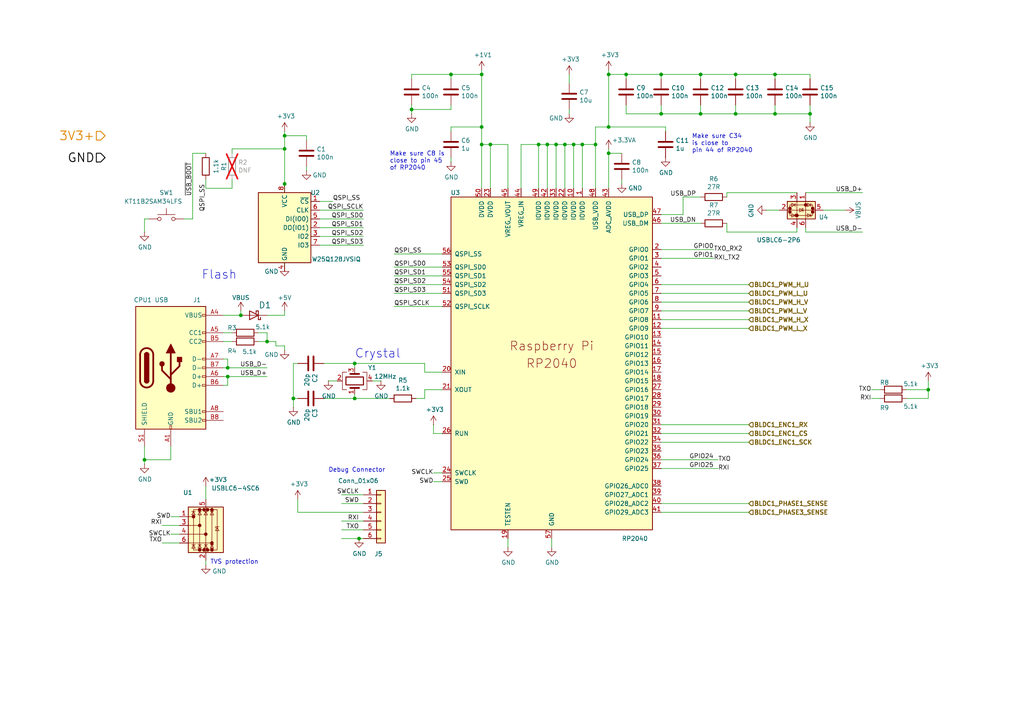
<source format=kicad_sch>
(kicad_sch (version 20231120) (generator "eeschema") (generator_version "8.0")
  (paper "A4")
  (lib_symbols
    (symbol "Connector:USB_C_Receptacle_USB2.0" (pin_names (offset 1.016))
      (property "Reference" "J" (at -10.16 19.05 0))
      (property "Value" "USB_C_Receptacle_USB2.0" (at 19.05 19.05 0))
      (symbol "USB_C_Receptacle_USB2.0_1_1"
        (pin passive line (at 0 -22.86 90) (length 5.08) (name "GND") (number "A1"))
        (pin passive line (at 0 -22.86 90) (length 5.08) hide (name "GND") (number "A12"))
        (pin passive line (at 15.24 15.24 180) (length 5.08) (name "VBUS") (number "A4"))
        (pin bidirectional line (at 15.24 10.16 180) (length 5.08) (name "CC1") (number "A5"))
        (pin bidirectional line (at 15.24 -2.54 180) (length 5.08) (name "D+") (number "A6"))
        (pin bidirectional line (at 15.24 2.54 180) (length 5.08) (name "D-") (number "A7"))
        (pin bidirectional line (at 15.24 -12.7 180) (length 5.08) (name "SBU1") (number "A8"))
        (pin passive line (at 15.24 15.24 180) (length 5.08) hide (name "VBUS") (number "A9"))
        (pin passive line (at 0 -22.86 90) (length 5.08) hide (name "GND") (number "B1"))
        (pin passive line (at 0 -22.86 90) (length 5.08) hide (name "GND") (number "B12"))
        (pin passive line (at 15.24 15.24 180) (length 5.08) hide (name "VBUS") (number "B4"))
        (pin bidirectional line (at 15.24 7.62 180) (length 5.08) (name "CC2") (number "B5"))
        (pin bidirectional line (at 15.24 -5.08 180) (length 5.08) (name "D+") (number "B6"))
        (pin bidirectional line (at 15.24 0 180) (length 5.08) (name "D-") (number "B7"))
        (pin bidirectional line (at 15.24 -15.24 180) (length 5.08) (name "SBU2") (number "B8"))
        (pin passive line (at 15.24 15.24 180) (length 5.08) hide (name "VBUS") (number "B9"))
        (pin passive line (at -7.62 -22.86 90) (length 5.08) (name "SHIELD") (number "S1"))
      )
    )
    (symbol "Connector_Generic:Conn_01x06" (pin_names (offset 1.016) hide)
      (property "Reference" "J" (at 0 7.62 0))
      (property "Value" "Conn_01x06" (at 0 -10.16 0))
      (symbol "Conn_01x06_1_1"
        (pin passive line (at -5.08 5.08 0) (length 3.81) (name "Pin_1") (number "1"))
        (pin passive line (at -5.08 2.54 0) (length 3.81) (name "Pin_2") (number "2"))
        (pin passive line (at -5.08 0 0) (length 3.81) (name "Pin_3") (number "3"))
        (pin passive line (at -5.08 -2.54 0) (length 3.81) (name "Pin_4") (number "4"))
        (pin passive line (at -5.08 -5.08 0) (length 3.81) (name "Pin_5") (number "5"))
        (pin passive line (at -5.08 -7.62 0) (length 3.81) (name "Pin_6") (number "6"))
      )
    )
    (symbol "Device:C" (pin_numbers hide) (pin_names (offset 0.254))
      (property "Reference" "C" (at 0.635 2.54 0))
      (property "Value" "C" (at 0.635 -2.54 0))
      (symbol "C_1_1"
        (pin passive line (at 0 3.81 270) (length 2.794) (name "~") (number "1"))
        (pin passive line (at 0 -3.81 90) (length 2.794) (name "~") (number "2"))
      )
    )
    (symbol "Device:Crystal_GND24" (pin_names (offset 1.016) hide)
      (property "Reference" "Y" (at 3.175 5.08 0))
      (property "Value" "Crystal_GND24" (at 3.175 3.175 0))
      (symbol "Crystal_GND24_1_1"
        (pin passive line (at -3.81 0 0) (length 1.27) (name "1") (number "1"))
        (pin passive line (at 0 5.08 270) (length 1.27) (name "2") (number "2"))
        (pin passive line (at 3.81 0 180) (length 1.27) (name "3") (number "3"))
        (pin passive line (at 0 -5.08 90) (length 1.27) (name "4") (number "4"))
      )
    )
    (symbol "Device:R" (pin_numbers hide) (pin_names (offset 0))
      (property "Reference" "R" (at 2.032 0 90))
      (property "Value" "R" (at 0 0 90))
      (symbol "R_1_1"
        (pin passive line (at 0 3.81 270) (length 1.27) (name "~") (number "1"))
        (pin passive line (at 0 -3.81 90) (length 1.27) (name "~") (number "2"))
      )
    )
    (symbol "Diode:MBR340" (pin_numbers hide) (pin_names (offset 1.016) hide)
      (property "Reference" "D" (at 0 2.54 0))
      (property "Value" "MBR340" (at 0 -2.54 0))
      (symbol "MBR340_1_1"
        (pin passive line (at -3.81 0 0) (length 2.54) (name "K") (number "1"))
        (pin passive line (at 3.81 0 180) (length 2.54) (name "A") (number "2"))
      )
    )
    (symbol "MCU_RaspberryPi_RP2040:RP2040" (pin_names (offset 1.016))
      (property "Reference" "U" (at -29.21 49.53 0))
      (property "Value" "RP2040" (at 24.13 -49.53 0))
      (symbol "RP2040_0_0"
        (text "Raspberry Pi" (at 0 5.08 0) (effects (font (size 2.54 2.54))))
        (text "RP2040" (at 0 0 0) (effects (font (size 2.54 2.54))))
      )
      (symbol "RP2040_1_1"
        (pin power_in line (at 8.89 50.8 270) (length 2.54) (name "IOVDD") (number "1"))
        (pin power_in line (at 6.35 50.8 270) (length 2.54) (name "IOVDD") (number "10"))
        (pin bidirectional line (at 31.75 12.7 180) (length 2.54) (name "GPIO8") (number "11"))
        (pin bidirectional line (at 31.75 10.16 180) (length 2.54) (name "GPIO9") (number "12"))
        (pin bidirectional line (at 31.75 7.62 180) (length 2.54) (name "GPIO10") (number "13"))
        (pin bidirectional line (at 31.75 5.08 180) (length 2.54) (name "GPIO11") (number "14"))
        (pin bidirectional line (at 31.75 2.54 180) (length 2.54) (name "GPIO12") (number "15"))
        (pin bidirectional line (at 31.75 0 180) (length 2.54) (name "GPIO13") (number "16"))
        (pin bidirectional line (at 31.75 -2.54 180) (length 2.54) (name "GPIO14") (number "17"))
        (pin bidirectional line (at 31.75 -5.08 180) (length 2.54) (name "GPIO15") (number "18"))
        (pin passive line (at -12.7 -50.8 90) (length 2.54) (name "TESTEN") (number "19"))
        (pin bidirectional line (at 31.75 33.02 180) (length 2.54) (name "GPIO0") (number "2"))
        (pin input line (at -31.75 -2.54 0) (length 2.54) (name "XIN") (number "20"))
        (pin passive line (at -31.75 -7.62 0) (length 2.54) (name "XOUT") (number "21"))
        (pin power_in line (at 3.81 50.8 270) (length 2.54) (name "IOVDD") (number "22"))
        (pin power_in line (at -17.78 50.8 270) (length 2.54) (name "DVDD") (number "23"))
        (pin output line (at -31.75 -31.75 0) (length 2.54) (name "SWCLK") (number "24"))
        (pin bidirectional line (at -31.75 -34.29 0) (length 2.54) (name "SWD") (number "25"))
        (pin input line (at -31.75 -20.32 0) (length 2.54) (name "RUN") (number "26"))
        (pin bidirectional line (at 31.75 -7.62 180) (length 2.54) (name "GPIO16") (number "27"))
        (pin bidirectional line (at 31.75 -10.16 180) (length 2.54) (name "GPIO17") (number "28"))
        (pin bidirectional line (at 31.75 -12.7 180) (length 2.54) (name "GPIO18") (number "29"))
        (pin bidirectional line (at 31.75 30.48 180) (length 2.54) (name "GPIO1") (number "3"))
        (pin bidirectional line (at 31.75 -15.24 180) (length 2.54) (name "GPIO19") (number "30"))
        (pin bidirectional line (at 31.75 -17.78 180) (length 2.54) (name "GPIO20") (number "31"))
        (pin bidirectional line (at 31.75 -20.32 180) (length 2.54) (name "GPIO21") (number "32"))
        (pin power_in line (at 1.27 50.8 270) (length 2.54) (name "IOVDD") (number "33"))
        (pin bidirectional line (at 31.75 -22.86 180) (length 2.54) (name "GPIO22") (number "34"))
        (pin bidirectional line (at 31.75 -25.4 180) (length 2.54) (name "GPIO23") (number "35"))
        (pin bidirectional line (at 31.75 -27.94 180) (length 2.54) (name "GPIO24") (number "36"))
        (pin bidirectional line (at 31.75 -30.48 180) (length 2.54) (name "GPIO25") (number "37"))
        (pin bidirectional line (at 31.75 -35.56 180) (length 2.54) (name "GPIO26_ADC0") (number "38"))
        (pin bidirectional line (at 31.75 -38.1 180) (length 2.54) (name "GPIO27_ADC1") (number "39"))
        (pin bidirectional line (at 31.75 27.94 180) (length 2.54) (name "GPIO2") (number "4"))
        (pin bidirectional line (at 31.75 -40.64 180) (length 2.54) (name "GPIO28_ADC2") (number "40"))
        (pin bidirectional line (at 31.75 -43.18 180) (length 2.54) (name "GPIO29_ADC3") (number "41"))
        (pin power_in line (at -1.27 50.8 270) (length 2.54) (name "IOVDD") (number "42"))
        (pin power_in line (at 16.51 50.8 270) (length 2.54) (name "ADC_AVDD") (number "43"))
        (pin power_in line (at -8.89 50.8 270) (length 2.54) (name "VREG_IN") (number "44"))
        (pin power_out line (at -12.7 50.8 270) (length 2.54) (name "VREG_VOUT") (number "45"))
        (pin bidirectional line (at 31.75 40.64 180) (length 2.54) (name "USB_DM") (number "46"))
        (pin bidirectional line (at 31.75 43.18 180) (length 2.54) (name "USB_DP") (number "47"))
        (pin power_in line (at 12.7 50.8 270) (length 2.54) (name "USB_VDD") (number "48"))
        (pin power_in line (at -3.81 50.8 270) (length 2.54) (name "IOVDD") (number "49"))
        (pin bidirectional line (at 31.75 25.4 180) (length 2.54) (name "GPIO3") (number "5"))
        (pin power_in line (at -20.32 50.8 270) (length 2.54) (name "DVDD") (number "50"))
        (pin bidirectional line (at -31.75 20.32 0) (length 2.54) (name "QSPI_SD3") (number "51"))
        (pin output line (at -31.75 16.51 0) (length 2.54) (name "QSPI_SCLK") (number "52"))
        (pin bidirectional line (at -31.75 27.94 0) (length 2.54) (name "QSPI_SD0") (number "53"))
        (pin bidirectional line (at -31.75 22.86 0) (length 2.54) (name "QSPI_SD2") (number "54"))
        (pin bidirectional line (at -31.75 25.4 0) (length 2.54) (name "QSPI_SD1") (number "55"))
        (pin bidirectional line (at -31.75 31.75 0) (length 2.54) (name "QSPI_SS") (number "56"))
        (pin power_in line (at 0 -50.8 90) (length 2.54) (name "GND") (number "57"))
        (pin bidirectional line (at 31.75 22.86 180) (length 2.54) (name "GPIO4") (number "6"))
        (pin bidirectional line (at 31.75 20.32 180) (length 2.54) (name "GPIO5") (number "7"))
        (pin bidirectional line (at 31.75 17.78 180) (length 2.54) (name "GPIO6") (number "8"))
        (pin bidirectional line (at 31.75 15.24 180) (length 2.54) (name "GPIO7") (number "9"))
      )
    )
    (symbol "Memory_Flash:W25Q128JVS"
      (property "Reference" "U" (at -8.89 8.89 0))
      (property "Value" "W25Q128JVS" (at 7.62 8.89 0))
      (symbol "W25Q128JVS_1_1"
        (pin input line (at -10.16 7.62 0) (length 2.54) (name "~{CS}") (number "1"))
        (pin bidirectional line (at -10.16 0 0) (length 2.54) (name "DO(IO1)") (number "2"))
        (pin bidirectional line (at -10.16 -2.54 0) (length 2.54) (name "IO2") (number "3"))
        (pin power_in line (at 0 -12.7 90) (length 2.54) (name "GND") (number "4"))
        (pin bidirectional line (at -10.16 2.54 0) (length 2.54) (name "DI(IO0)") (number "5"))
        (pin input line (at -10.16 5.08 0) (length 2.54) (name "CLK") (number "6"))
        (pin bidirectional line (at -10.16 -5.08 0) (length 2.54) (name "IO3") (number "7"))
        (pin power_in line (at 0 12.7 270) (length 2.54) (name "VCC") (number "8"))
      )
    )
    (symbol "Power_Protection:USBLC6-2P6" (pin_names hide)
      (property "Reference" "U" (at 0.635 5.715 0))
      (property "Value" "USBLC6-2P6" (at 0.635 3.81 0))
      (symbol "USBLC6-2P6_1_1"
        (pin passive line (at -5.08 0 0) (length 2.54) (name "I/O1") (number "1"))
        (pin passive line (at 0 -7.62 90) (length 2.54) (name "GND") (number "2"))
        (pin passive line (at -5.08 -2.54 0) (length 2.54) (name "I/O2") (number "3"))
        (pin passive line (at 5.08 -2.54 180) (length 2.54) (name "I/O2") (number "4"))
        (pin passive line (at 0 5.08 270) (length 2.54) (name "VBUS") (number "5"))
        (pin passive line (at 5.08 0 180) (length 2.54) (name "I/O1") (number "6"))
      )
    )
    (symbol "Power_Protection:USBLC6-4SC6" (pin_names hide)
      (property "Reference" "U" (at 1.27 9.525 0))
      (property "Value" "USBLC6-4SC6" (at 1.27 6.985 0))
      (symbol "USBLC6-4SC6_1_1"
        (pin passive line (at -7.62 2.54 0) (length 2.54) (name "I/O1") (number "1"))
        (pin passive line (at 0 -10.16 90) (length 2.54) (name "GND") (number "2"))
        (pin passive line (at -7.62 0 0) (length 2.54) (name "I/O2") (number "3"))
        (pin passive line (at -7.62 -2.54 0) (length 2.54) (name "I/O3") (number "4"))
        (pin passive line (at 0 7.62 270) (length 2.54) (name "VBUS") (number "5"))
        (pin passive line (at -7.62 -5.08 0) (length 2.54) (name "I/O4") (number "6"))
      )
    )
    (symbol "motor_parts:SW_Push_2-4" (pin_numbers hide) (pin_names (offset 1.016) hide)
      (property "Reference" "SW" (at 1.27 2.54 0))
      (property "Value" "SW_Push_2-4" (at 0 -1.524 0))
      (symbol "SW_Push_2-4_1_1"
        (pin passive line (at -5.08 0 0) (length 2.54) (name "2") (number "2"))
        (pin passive line (at 5.08 0 180) (length 2.54) (name "4") (number "4"))
      )
    )
    (symbol "motor_parts:VBUS2" (power) (pin_names (offset 0))
      (property "Value" "VBUS2" (at 0 3.81 0))
      (symbol "VBUS2_1_1"
        (pin power_in line (at 0 0 90) (length 0) hide (name "VBUS2") (number "1"))
      )
    )
    (symbol "power:+1V1" (power) (pin_numbers hide) (pin_names (offset 0) hide)
      (property "Value" "+1V1" (at 0 3.556 0))
      (symbol "+1V1_1_1"
        (pin power_in line (at 0 0 90) (length 0) (name "~") (number "1"))
      )
    )
    (symbol "power:+3.3VA" (power) (pin_numbers hide) (pin_names (offset 0) hide)
      (property "Value" "+3.3VA" (at 0 3.556 0))
      (symbol "+3.3VA_1_1"
        (pin power_in line (at 0 0 90) (length 0) (name "~") (number "1"))
      )
    )
    (symbol "power:+3V3" (power) (pin_numbers hide) (pin_names (offset 0) hide)
      (property "Value" "+3V3" (at 0 3.556 0))
      (symbol "+3V3_1_1"
        (pin power_in line (at 0 0 90) (length 0) (name "~") (number "1"))
      )
    )
    (symbol "power:+5V" (power) (pin_numbers hide) (pin_names (offset 0) hide)
      (property "Value" "+5V" (at 0 3.556 0))
      (symbol "+5V_1_1"
        (pin power_in line (at 0 0 90) (length 0) (name "~") (number "1"))
      )
    )
    (symbol "power:GND" (power) (pin_numbers hide) (pin_names (offset 0) hide)
      (property "Value" "GND" (at 0 -3.81 0))
      (symbol "GND_1_1"
        (pin power_in line (at 0 0 270) (length 0) (name "~") (number "1"))
      )
    )
  )
  (junction (at 224.79 21.59))
  (junction (at 102.87 105.41))
  (junction (at 203.2 21.59))
  (junction (at 172.72 41.91))
  (junction (at 85.09 115.57))
  (junction (at 163.83 41.91))
  (junction (at 102.87 115.57))
  (junction (at 139.7 36.83))
  (junction (at 82.55 39.37))
  (junction (at 82.55 43.18))
  (junction (at 213.36 33.02))
  (junction (at 181.61 21.59))
  (junction (at 269.24 113.03))
  (junction (at 69.85 91.44))
  (junction (at 104.14 156.21))
  (junction (at 158.75 41.91))
  (junction (at 41.91 133.35))
  (junction (at 139.7 21.59))
  (junction (at 176.53 36.83))
  (junction (at 168.91 41.91))
  (junction (at 130.81 21.59))
  (junction (at 213.36 21.59))
  (junction (at 66.04 109.22))
  (junction (at 203.2 33.02))
  (junction (at 191.77 21.59))
  (junction (at 77.47 99.06))
  (junction (at 82.55 53.34))
  (junction (at 156.21 41.91))
  (junction (at 176.53 44.45))
  (junction (at 139.7 41.91))
  (junction (at 166.37 41.91))
  (junction (at 191.77 33.02))
  (junction (at 161.29 41.91))
  (junction (at 224.79 33.02))
  (junction (at 142.24 41.91))
  (junction (at 234.95 33.02))
  (junction (at 176.53 21.59))
  (junction (at 66.04 106.68))
  (junction (at 119.38 31.75))
  (wire (pts (xy 176.53 44.45) (xy 176.53 54.61)))
  (wire (pts (xy 262.89 113.03) (xy 269.24 113.03)))
  (wire (pts (xy 203.2 21.59) (xy 213.36 21.59)))
  (wire (pts (xy 125.73 123.19) (xy 125.73 125.73)))
  (wire (pts (xy 191.77 133.35) (xy 208.28 133.35)))
  (wire (pts (xy 85.09 105.41) (xy 85.09 115.57)))
  (wire (pts (xy 123.19 113.03) (xy 123.19 115.57)))
  (wire (pts (xy 217.17 123.19) (xy 191.77 123.19)))
  (wire (pts (xy 217.17 82.55) (xy 191.77 82.55)))
  (wire (pts (xy 163.83 54.61) (xy 163.83 41.91)))
  (wire (pts (xy 231.14 66.04) (xy 231.14 67.31)))
  (wire (pts (xy 191.77 33.02) (xy 203.2 33.02)))
  (wire (pts (xy 191.77 135.89) (xy 208.28 135.89)))
  (wire (pts (xy 82.55 90.17) (xy 82.55 91.44)))
  (wire (pts (xy 181.61 22.86) (xy 181.61 21.59)))
  (wire (pts (xy 74.93 99.06) (xy 77.47 99.06)))
  (wire (pts (xy 119.38 31.75) (xy 119.38 33.02)))
  (wire (pts (xy 234.95 22.86) (xy 234.95 21.59)))
  (wire (pts (xy 210.82 67.31) (xy 231.14 67.31)))
  (wire (pts (xy 123.19 107.95) (xy 123.19 105.41)))
  (wire (pts (xy 41.91 133.35) (xy 49.53 133.35)))
  (wire (pts (xy 64.77 104.14) (xy 66.04 104.14)))
  (wire (pts (xy 233.68 67.31) (xy 250.19 67.31)))
  (wire (pts (xy 161.29 54.61) (xy 161.29 41.91)))
  (wire (pts (xy 66.04 109.22) (xy 77.47 109.22)))
  (wire (pts (xy 102.87 106.68) (xy 102.87 105.41)))
  (wire (pts (xy 69.85 90.17) (xy 69.85 91.44)))
  (wire (pts (xy 224.79 21.59) (xy 234.95 21.59)))
  (wire (pts (xy 59.69 44.45) (xy 55.88 44.45)))
  (wire (pts (xy 217.17 90.17) (xy 191.77 90.17)))
  (wire (pts (xy 172.72 54.61) (xy 172.72 41.91)))
  (wire (pts (xy 151.13 54.61) (xy 151.13 41.91)))
  (wire (pts (xy 160.02 156.21) (xy 160.02 158.75)))
  (wire (pts (xy 119.38 30.48) (xy 119.38 31.75)))
  (wire (pts (xy 217.17 148.59) (xy 191.77 148.59)))
  (wire (pts (xy 191.77 72.39) (xy 207.01 72.39)))
  (wire (pts (xy 82.55 39.37) (xy 82.55 43.18)))
  (wire (pts (xy 80.01 100.33) (xy 82.55 100.33)))
  (wire (pts (xy 233.68 55.88) (xy 250.19 55.88)))
  (wire (pts (xy 191.77 21.59) (xy 203.2 21.59)))
  (wire (pts (xy 151.13 41.91) (xy 156.21 41.91)))
  (wire (pts (xy 53.34 63.5) (xy 55.88 63.5)))
  (wire (pts (xy 74.93 96.52) (xy 77.47 96.52)))
  (wire (pts (xy 217.17 92.71) (xy 191.77 92.71)))
  (wire (pts (xy 102.87 114.3) (xy 102.87 115.57)))
  (wire (pts (xy 176.53 20.32) (xy 176.53 21.59)))
  (wire (pts (xy 203.2 30.48) (xy 203.2 33.02)))
  (wire (pts (xy 165.1 21.59) (xy 165.1 24.13)))
  (wire (pts (xy 224.79 33.02) (xy 234.95 33.02)))
  (wire (pts (xy 172.72 36.83) (xy 172.72 41.91)))
  (wire (pts (xy 80.01 99.06) (xy 80.01 100.33)))
  (wire (pts (xy 104.14 156.21) (xy 105.41 156.21)))
  (wire (pts (xy 130.81 31.75) (xy 130.81 30.48)))
  (wire (pts (xy 191.77 64.77) (xy 203.2 64.77)))
  (wire (pts (xy 128.27 88.9) (xy 114.3 88.9)))
  (wire (pts (xy 222.25 60.96) (xy 226.06 60.96)))
  (wire (pts (xy 139.7 21.59) (xy 139.7 36.83)))
  (wire (pts (xy 128.27 113.03) (xy 123.19 113.03)))
  (wire (pts (xy 49.53 154.94) (xy 52.07 154.94)))
  (wire (pts (xy 59.69 54.61) (xy 67.31 54.61)))
  (wire (pts (xy 86.36 148.59) (xy 105.41 148.59)))
  (wire (pts (xy 64.77 109.22) (xy 66.04 109.22)))
  (wire (pts (xy 95.25 110.49) (xy 97.79 110.49)))
  (wire (pts (xy 142.24 54.61) (xy 142.24 41.91)))
  (wire (pts (xy 77.47 99.06) (xy 80.01 99.06)))
  (wire (pts (xy 82.55 53.34) (xy 82.55 55.88)))
  (wire (pts (xy 181.61 21.59) (xy 191.77 21.59)))
  (wire (pts (xy 49.53 129.54) (xy 49.53 133.35)))
  (wire (pts (xy 180.34 44.45) (xy 176.53 44.45)))
  (wire (pts (xy 92.71 63.5) (xy 105.41 63.5)))
  (wire (pts (xy 86.36 105.41) (xy 85.09 105.41)))
  (wire (pts (xy 147.32 54.61) (xy 147.32 41.91)))
  (wire (pts (xy 93.98 115.57) (xy 102.87 115.57)))
  (wire (pts (xy 119.38 22.86) (xy 119.38 21.59)))
  (wire (pts (xy 99.06 153.67) (xy 105.41 153.67)))
  (wire (pts (xy 114.3 80.01) (xy 128.27 80.01)))
  (wire (pts (xy 114.3 82.55) (xy 128.27 82.55)))
  (wire (pts (xy 59.69 140.97) (xy 59.69 144.78)))
  (wire (pts (xy 180.34 52.07) (xy 180.34 53.34)))
  (wire (pts (xy 262.89 115.57) (xy 269.24 115.57)))
  (wire (pts (xy 191.77 33.02) (xy 181.61 33.02)))
  (wire (pts (xy 176.53 43.18) (xy 176.53 44.45)))
  (wire (pts (xy 92.71 58.42) (xy 96.52 58.42)))
  (wire (pts (xy 210.82 55.88) (xy 210.82 57.15)))
  (wire (pts (xy 130.81 22.86) (xy 130.81 21.59)))
  (wire (pts (xy 128.27 125.73) (xy 125.73 125.73)))
  (wire (pts (xy 92.71 60.96) (xy 105.41 60.96)))
  (wire (pts (xy 67.31 52.07) (xy 67.31 54.61)))
  (wire (pts (xy 217.17 85.09) (xy 191.77 85.09)))
  (wire (pts (xy 213.36 30.48) (xy 213.36 33.02)))
  (wire (pts (xy 64.77 111.76) (xy 66.04 111.76)))
  (wire (pts (xy 114.3 85.09) (xy 128.27 85.09)))
  (wire (pts (xy 252.73 113.03) (xy 255.27 113.03)))
  (wire (pts (xy 198.12 57.15) (xy 198.12 62.23)))
  (wire (pts (xy 99.06 151.13) (xy 105.41 151.13)))
  (wire (pts (xy 120.65 115.57) (xy 123.19 115.57)))
  (wire (pts (xy 128.27 73.66) (xy 114.3 73.66)))
  (wire (pts (xy 224.79 30.48) (xy 224.79 33.02)))
  (wire (pts (xy 176.53 36.83) (xy 193.04 36.83)))
  (wire (pts (xy 86.36 144.78) (xy 86.36 148.59)))
  (wire (pts (xy 82.55 38.1) (xy 82.55 39.37)))
  (wire (pts (xy 85.09 115.57) (xy 85.09 118.11)))
  (wire (pts (xy 217.17 128.27) (xy 191.77 128.27)))
  (wire (pts (xy 46.99 152.4) (xy 52.07 152.4)))
  (wire (pts (xy 99.06 146.05) (xy 105.41 146.05)))
  (wire (pts (xy 234.95 30.48) (xy 234.95 33.02)))
  (wire (pts (xy 168.91 41.91) (xy 172.72 41.91)))
  (wire (pts (xy 165.1 31.75) (xy 165.1 33.02)))
  (wire (pts (xy 139.7 20.32) (xy 139.7 21.59)))
  (wire (pts (xy 191.77 74.93) (xy 207.01 74.93)))
  (wire (pts (xy 49.53 149.86) (xy 52.07 149.86)))
  (wire (pts (xy 55.88 44.45) (xy 55.88 63.5)))
  (wire (pts (xy 224.79 22.86) (xy 224.79 21.59)))
  (wire (pts (xy 234.95 33.02) (xy 234.95 35.56)))
  (wire (pts (xy 158.75 41.91) (xy 161.29 41.91)))
  (wire (pts (xy 66.04 104.14) (xy 66.04 106.68)))
  (wire (pts (xy 128.27 107.95) (xy 123.19 107.95)))
  (wire (pts (xy 217.17 125.73) (xy 191.77 125.73)))
  (wire (pts (xy 41.91 133.35) (xy 41.91 134.62)))
  (wire (pts (xy 147.32 41.91) (xy 142.24 41.91)))
  (wire (pts (xy 161.29 41.91) (xy 163.83 41.91)))
  (wire (pts (xy 181.61 30.48) (xy 181.61 33.02)))
  (wire (pts (xy 233.68 66.04) (xy 233.68 67.31)))
  (wire (pts (xy 86.36 115.57) (xy 85.09 115.57)))
  (wire (pts (xy 156.21 54.61) (xy 156.21 41.91)))
  (wire (pts (xy 213.36 22.86) (xy 213.36 21.59)))
  (wire (pts (xy 158.75 54.61) (xy 158.75 41.91)))
  (wire (pts (xy 176.53 21.59) (xy 181.61 21.59)))
  (wire (pts (xy 77.47 96.52) (xy 77.47 99.06)))
  (wire (pts (xy 67.31 43.18) (xy 82.55 43.18)))
  (wire (pts (xy 193.04 38.1) (xy 193.04 36.83)))
  (wire (pts (xy 102.87 115.57) (xy 113.03 115.57)))
  (wire (pts (xy 130.81 21.59) (xy 139.7 21.59)))
  (wire (pts (xy 191.77 62.23) (xy 198.12 62.23)))
  (wire (pts (xy 203.2 22.86) (xy 203.2 21.59)))
  (wire (pts (xy 142.24 41.91) (xy 139.7 41.91)))
  (wire (pts (xy 213.36 21.59) (xy 224.79 21.59)))
  (wire (pts (xy 92.71 71.12) (xy 105.41 71.12)))
  (wire (pts (xy 156.21 41.91) (xy 158.75 41.91)))
  (wire (pts (xy 163.83 41.91) (xy 166.37 41.91)))
  (wire (pts (xy 92.71 66.04) (xy 105.41 66.04)))
  (wire (pts (xy 41.91 129.54) (xy 41.91 133.35)))
  (wire (pts (xy 213.36 33.02) (xy 224.79 33.02)))
  (wire (pts (xy 88.9 40.64) (xy 88.9 39.37)))
  (wire (pts (xy 176.53 21.59) (xy 176.53 36.83)))
  (wire (pts (xy 66.04 111.76) (xy 66.04 109.22)))
  (wire (pts (xy 191.77 30.48) (xy 191.77 33.02)))
  (wire (pts (xy 172.72 36.83) (xy 176.53 36.83)))
  (wire (pts (xy 139.7 41.91) (xy 139.7 54.61)))
  (wire (pts (xy 41.91 63.5) (xy 41.91 67.31)))
  (wire (pts (xy 269.24 115.57) (xy 269.24 113.03)))
  (wire (pts (xy 67.31 44.45) (xy 67.31 43.18)))
  (wire (pts (xy 99.06 156.21) (xy 104.14 156.21)))
  (wire (pts (xy 119.38 21.59) (xy 130.81 21.59)))
  (wire (pts (xy 125.73 137.16) (xy 128.27 137.16)))
  (wire (pts (xy 217.17 146.05) (xy 191.77 146.05)))
  (wire (pts (xy 147.32 156.21) (xy 147.32 158.75)))
  (wire (pts (xy 210.82 67.31) (xy 210.82 64.77)))
  (wire (pts (xy 82.55 100.33) (xy 82.55 101.6)))
  (wire (pts (xy 88.9 48.26) (xy 88.9 49.53)))
  (wire (pts (xy 252.73 115.57) (xy 255.27 115.57)))
  (wire (pts (xy 82.55 43.18) (xy 82.55 53.34)))
  (wire (pts (xy 59.69 52.07) (xy 59.69 54.61)))
  (wire (pts (xy 217.17 95.25) (xy 191.77 95.25)))
  (wire (pts (xy 210.82 55.88) (xy 231.14 55.88)))
  (wire (pts (xy 66.04 106.68) (xy 77.47 106.68)))
  (wire (pts (xy 64.77 96.52) (xy 67.31 96.52)))
  (wire (pts (xy 64.77 91.44) (xy 69.85 91.44)))
  (wire (pts (xy 88.9 39.37) (xy 82.55 39.37)))
  (wire (pts (xy 77.47 91.44) (xy 82.55 91.44)))
  (wire (pts (xy 269.24 113.03) (xy 269.24 110.49)))
  (wire (pts (xy 41.91 63.5) (xy 43.18 63.5)))
  (wire (pts (xy 107.95 110.49) (xy 110.49 110.49)))
  (wire (pts (xy 64.77 106.68) (xy 66.04 106.68)))
  (wire (pts (xy 125.73 139.7) (xy 128.27 139.7)))
  (wire (pts (xy 166.37 54.61) (xy 166.37 41.91)))
  (wire (pts (xy 92.71 68.58) (xy 105.41 68.58)))
  (wire (pts (xy 59.69 162.56) (xy 59.69 163.83)))
  (wire (pts (xy 217.17 87.63) (xy 191.77 87.63)))
  (wire (pts (xy 139.7 36.83) (xy 139.7 41.91)))
  (wire (pts (xy 114.3 77.47) (xy 128.27 77.47)))
  (wire (pts (xy 130.81 36.83) (xy 139.7 36.83)))
  (wire (pts (xy 119.38 31.75) (xy 130.81 31.75)))
  (wire (pts (xy 166.37 41.91) (xy 168.91 41.91)))
  (wire (pts (xy 82.55 76.2) (xy 82.55 77.47)))
  (wire (pts (xy 130.81 45.72) (xy 130.81 46.99)))
  (wire (pts (xy 64.77 99.06) (xy 67.31 99.06)))
  (wire (pts (xy 93.98 105.41) (xy 102.87 105.41)))
  (wire (pts (xy 203.2 33.02) (xy 213.36 33.02)))
  (wire (pts (xy 168.91 41.91) (xy 168.91 54.61)))
  (wire (pts (xy 99.06 143.51) (xy 105.41 143.51)))
  (wire (pts (xy 191.77 22.86) (xy 191.77 21.59)))
  (wire (pts (xy 198.12 57.15) (xy 203.2 57.15)))
  (wire (pts (xy 102.87 105.41) (xy 123.19 105.41)))
  (wire (pts (xy 130.81 38.1) (xy 130.81 36.83)))
  (wire (pts (xy 46.99 157.48) (xy 52.07 157.48)))
  (wire (pts (xy 238.76 60.96) (xy 245.11 60.96)))
  (text "Make sure C8 is\nclose to pin 45\nof RP2040" (at 113.03 49.53 0) (effects (font (size 1.27 1.27)) (justify left bottom)))
  (text "Debug Connector" (at 95.25 137.16 0) (effects (font (size 1.27 1.27)) (justify left bottom)))
  (text "Crystal" (at 102.87 104.14 0) (effects (font (size 2.54 2.54)) (justify left bottom)))
  (text "Make sure C34\nis close to\npin 44 of RP2040" (at 200.66 44.45 0) (effects (font (size 1.27 1.27)) (justify left bottom)))
  (text "TVS protection" (at 60.96 163.83 0) (effects (font (size 1.27 1.27)) (justify left bottom)))
  (text "Flash" (at 58.42 81.28 0) (effects (font (size 2.54 2.54)) (justify left bottom)))
  (label "GPIO24" (at 207.01 133.35 180))
  (label "RXI" (at 208.28 135.89 0))
  (label "QSPI_SS" (at 59.69 53.34 270))
  (label "QSPI_SS" (at 96.52 58.42 0))
  (label "QSPI_SD2" (at 114.3 82.55 0))
  (label "TXO" (at 252.73 113.03 180))
  (label "SWD" (at 49.53 149.86 180))
  (label "QSPI_SCLK" (at 114.3 88.9 0))
  (label "TXO" (at 104.14 153.67 180))
  (label "GPIO0" (at 207.01 72.39 180))
  (label "QSPI_SD0" (at 105.41 63.5 180))
  (label "TXO" (at 46.99 157.48 180))
  (label "QSPI_SCLK" (at 105.41 60.96 180))
  (label "RXI" (at 252.73 115.57 180))
  (label "QSPI_SD1" (at 114.3 80.01 0))
  (label "USB_DP" (at 201.93 57.15 180))
  (label "QSPI_SD3" (at 114.3 85.09 0))
  (label "~{USB_BOOT}" (at 55.88 46.99 270))
  (label "QSPI_SD2" (at 105.41 68.58 180))
  (label "USB_D+" (at 250.19 55.88 180))
  (label "SWD" (at 104.14 146.05 180))
  (label "QSPI_SD1" (at 105.41 66.04 180))
  (label "GPIO25" (at 207.01 135.89 180))
  (label "USB_D+" (at 77.47 109.22 180))
  (label "SWCLK" (at 125.73 137.16 180))
  (label "SWCLK" (at 104.14 143.51 180))
  (label "QSPI_SD0" (at 114.3 77.47 0))
  (label "RXI" (at 104.14 151.13 180))
  (label "RXI" (at 46.99 152.4 180))
  (label "USB_D-" (at 250.19 67.31 180))
  (label "RXI_TX2" (at 207.01 74.93 0))
  (label "SWD" (at 125.73 139.7 180))
  (label "USB_DN" (at 194.31 64.77 0))
  (label "SWCLK" (at 49.53 154.94 180))
  (label "QSPI_SD3" (at 105.41 71.12 180))
  (label "TXO" (at 208.28 133.35 0))
  (label "GPIO1" (at 207.01 74.93 180))
  (label "QSPI_SS" (at 114.3 73.66 0))
  (label "USB_D-" (at 77.47 106.68 180))
  (label "TXO_RX2" (at 207.01 72.39 0))
  (hierarchical_label "BLDC1_PWM_H_V" (shape input) (at 217.17 87.63 0) (effects (font (bold yes))))
  (hierarchical_label "BLDC1_PWM_H_U" (shape input) (at 217.17 82.55 0) (effects (font (bold yes))))
  (hierarchical_label "BLDC1_ENC1_CS" (shape input) (at 217.17 125.73 0) (effects (font (bold yes))))
  (hierarchical_label "BLDC1_ENC1_SCK" (shape input) (at 217.17 128.27 0) (effects (font (bold yes))))
  (hierarchical_label "BLDC1_PWM_L_V" (shape input) (at 217.17 90.17 0) (effects (font (bold yes))))
  (hierarchical_label "BLDC1_PWM_L_X" (shape input) (at 217.17 95.25 0) (effects (font (bold yes))))
  (hierarchical_label "3V3+" (shape input) (at 30.48 39.37 180) (effects (font (size 2.54 2.54) (thickness 0.254) (bold yes))))
  (hierarchical_label "BLDC1_PHASE1_SENSE" (shape input) (at 217.17 146.05 0) (effects (font (bold yes))))
  (hierarchical_label "BLDC1_PHASE3_SENSE" (shape input) (at 217.17 148.59 0) (effects (font (bold yes))))
  (hierarchical_label "BLDC1_PWM_H_X" (shape input) (at 217.17 92.71 0) (effects (font (bold yes))))
  (hierarchical_label "GND" (shape input) (at 30.48 45.72 180) (effects (font (size 2.54 2.54) (thickness 0.254) (bold yes))))
  (hierarchical_label "BLDC1_PWM_L_U" (shape input) (at 217.17 85.09 0) (effects (font (bold yes))))
  (hierarchical_label "BLDC1_ENC1_RX" (shape input) (at 217.17 123.19 0) (effects (font (bold yes))))
  (symbol (lib_id "Device:C") (at 88.9 44.45 0) (unit 1)
    (property "Reference" "C1" (at 91.821 43.2816 0) (effects (justify left)))
    (property "Value" "100n" (at 91.821 45.593 0) (effects (justify left)))
    (property "Footprint" "Capacitor_SMD:C_0603_1608Metric" (effects (hide yes)))
    (property "Description" "Unpolarized capacitor" (effects (hide yes)))
    (property "LCSC" "C14663" (effects (hide yes)))
  )
  (symbol (lib_id "power:GND") (at 82.55 77.47 0) (unit 1)
    (property "Reference" "#PWR07" (effects (hide yes)))
    (property "Value" "GND" (at 78.74 78.74 0))
    (property "Description" "Power symbol creates a global label with name \"GND\" , ground" (effects (hide yes)))
  )
  (symbol (lib_id "power:GND") (at 110.49 110.49 0) (unit 1)
    (property "Reference" "#PWR015" (effects (hide yes)))
    (property "Value" "GND" (at 110.617 114.8842 0))
    (property "Description" "Power symbol creates a global label with name \"GND\" , ground" (effects (hide yes)))
  )
  (symbol (lib_id "Device:Crystal_GND24") (at 102.87 110.49 90) (unit 1)
    (property "Reference" "Y1" (at 107.95 106.6547 90))
    (property "Value" "12MHz" (at 111.76 109.1947 90))
    (property "Footprint" "Crystal:Crystal_SMD_3225-4Pin_3.2x2.5mm" (effects (hide yes)))
    (property "Description" "Four pin crystal, GND on pins 2 and 4" (effects (hide yes)))
    (property "LCSC" "C9002" (effects (hide yes)))
  )
  (symbol (lib_id "Device:R") (at 67.31 48.26 0) (unit 1) (in_bom no) (dnp yes)
    (property "Reference" "R2" (at 69.088 47.0916 0) (effects (justify left)))
    (property "Value" "DNF" (at 69.088 49.403 0) (effects (justify left)))
    (property "Footprint" "Resistor_SMD:R_0402_1005Metric" (effects (hide yes)))
    (property "Description" "Resistor" (effects (hide yes)))
  )
  (symbol (lib_id "power:GND") (at 41.91 67.31 0) (unit 1)
    (property "Reference" "#PWR01" (effects (hide yes)))
    (property "Value" "GND" (at 42.037 71.7042 0))
    (property "Description" "Power symbol creates a global label with name \"GND\" , ground" (effects (hide yes)))
  )
  (symbol (lib_id "Device:R") (at 207.01 57.15 270) (unit 1)
    (property "Reference" "R6" (at 207.01 51.8922 90))
    (property "Value" "27R" (at 207.01 54.2036 90))
    (property "Footprint" "Resistor_SMD:R_0603_1608Metric" (effects (hide yes)))
    (property "Description" "Resistor" (effects (hide yes)))
    (property "LCSC" "C25190" (effects (hide yes)))
  )
  (symbol (lib_id "Device:R") (at 116.84 115.57 270) (unit 1)
    (property "Reference" "R5" (at 116.84 110.3122 90))
    (property "Value" "1.1k" (at 116.84 112.6236 90))
    (property "Footprint" "Resistor_SMD:R_0603_1608Metric" (effects (hide yes)))
    (property "Description" "Resistor" (effects (hide yes)))
    (property "LCSC" "C22764" (effects (hide yes)))
  )
  (symbol (lib_id "Device:R") (at 207.01 64.77 270) (unit 1)
    (property "Reference" "R7" (at 207.01 59.5122 90))
    (property "Value" "27R" (at 207.01 61.8236 90))
    (property "Footprint" "Resistor_SMD:R_0603_1608Metric" (effects (hide yes)))
    (property "Description" "Resistor" (effects (hide yes)))
    (property "LCSC" "C25190" (effects (hide yes)))
  )
  (symbol (lib_id "power:+3V3") (at 176.53 20.32 0) (unit 1)
    (property "Reference" "#PWR024" (effects (hide yes)))
    (property "Value" "+3V3" (at 176.911 15.9258 0))
    (property "Description" "Power symbol creates a global label with name \"+3V3\"" (effects (hide yes)))
  )
  (symbol (lib_id "power:GND") (at 147.32 158.75 0) (unit 1)
    (property "Reference" "#PWR020" (effects (hide yes)))
    (property "Value" "GND" (at 147.447 163.1442 0))
    (property "Description" "Power symbol creates a global label with name \"GND\" , ground" (effects (hide yes)))
  )
  (symbol (lib_id "Memory_Flash:W25Q128JVS") (at 82.55 66.04 0) (mirror y) (unit 1)
    (property "Reference" "U2" (at 91.44 55.88 0))
    (property "Value" "W25Q128JVSIQ" (at 97.536 75.184 0))
    (property "Footprint" "Package_SO:SOIC-8_5.23x5.23mm_P1.27mm" (effects (hide yes)))
    (property "Datasheet" "http://www.winbond.com/resource-files/w25q128jv_dtr%20revc%2003272018%20plus.pdf" (effects (hide yes)))
    (property "Description" "128Mb Serial Flash Memory, Standard/Dual/Quad SPI, SOIC-8" (effects (hide yes)))
    (property "LCSC" "C113767" (effects (hide yes)))
  )
  (symbol (lib_id "Power_Protection:USBLC6-2P6") (at 233.68 60.96 270) (unit 1)
    (property "Reference" "U4" (at 237.49 62.992 90) (effects (justify left)))
    (property "Value" "USBLC6-2P6" (at 219.456 69.596 90) (effects (justify left)))
    (property "Footprint" "Package_TO_SOT_SMD:SOT-666" (effects (hide yes)))
    (property "Datasheet" "https://www.st.com/resource/en/datasheet/usblc6-2.pdf" (effects (hide yes)))
    (property "Description" "Very low capacitance ESD protection diode, 2 data-line, SOT-666" (effects (hide yes)))
    (property "LCSC" "C2827693" (effects (hide yes)))
  )
  (symbol (lib_id "Device:C") (at 180.34 48.26 0) (unit 1)
    (property "Reference" "C8" (at 183.261 47.0916 0) (effects (justify left)))
    (property "Value" "100n" (at 183.261 49.403 0) (effects (justify left)))
    (property "Footprint" "Capacitor_SMD:C_0603_1608Metric" (effects (hide yes)))
    (property "Description" "Unpolarized capacitor" (effects (hide yes)))
    (property "LCSC" "C14663" (effects (hide yes)))
  )
  (symbol (lib_id "power:+3V3") (at 125.73 123.19 0) (unit 1)
    (property "Reference" "#PWR017" (effects (hide yes)))
    (property "Value" "+3V3" (at 126.111 118.7958 0))
    (property "Description" "Power symbol creates a global label with name \"+3V3\"" (effects (hide yes)))
  )
  (symbol (lib_id "motor_parts:SW_Push_2-4") (at 48.26 63.5 0) (unit 1)
    (property "Reference" "SW1" (at 48.26 55.88 0))
    (property "Value" "KT11B2SAM34LFS" (at 44.45 58.42 0))
    (property "Footprint" "Button_Switch_THT:SW_PUSH_6mm_H9.5mm" (effects (hide yes)))
    (property "LCSC" "C221809" (effects (hide yes)))
  )
  (symbol (lib_id "power:GND") (at 119.38 33.02 0) (unit 1)
    (property "Reference" "#PWR016" (effects (hide yes)))
    (property "Value" "GND" (at 119.507 37.4142 0))
    (property "Description" "Power symbol creates a global label with name \"GND\" , ground" (effects (hide yes)))
  )
  (symbol (lib_id "Device:C") (at 130.81 26.67 0) (unit 1)
    (property "Reference" "C5" (at 133.731 25.5016 0) (effects (justify left)))
    (property "Value" "100n" (at 133.731 27.813 0) (effects (justify left)))
    (property "Footprint" "Capacitor_SMD:C_0603_1608Metric" (effects (hide yes)))
    (property "Description" "Unpolarized capacitor" (effects (hide yes)))
    (property "LCSC" "C14663" (effects (hide yes)))
  )
  (symbol (lib_id "Device:C") (at 191.77 26.67 0) (unit 1)
    (property "Reference" "C10" (at 194.691 25.5016 0) (effects (justify left)))
    (property "Value" "100n" (at 194.691 27.813 0) (effects (justify left)))
    (property "Footprint" "Capacitor_SMD:C_0603_1608Metric" (effects (hide yes)))
    (property "Description" "Unpolarized capacitor" (effects (hide yes)))
    (property "LCSC" "C14663" (effects (hide yes)))
  )
  (symbol (lib_id "power:+5V") (at 82.55 90.17 0) (unit 1)
    (property "Reference" "#PWR08" (effects (hide yes)))
    (property "Value" "+5V" (at 82.55 86.36 0))
    (property "Description" "Power symbol creates a global label with name \"+5V\"" (effects (hide yes)))
  )
  (symbol (lib_id "power:GND") (at 180.34 53.34 0) (unit 1)
    (property "Reference" "#PWR026" (effects (hide yes)))
    (property "Value" "GND" (at 184.277 54.5592 0))
    (property "Description" "Power symbol creates a global label with name \"GND\" , ground" (effects (hide yes)))
  )
  (symbol (lib_id "MCU_RaspberryPi_RP2040:RP2040") (at 160.02 105.41 0) (unit 1)
    (property "Reference" "U3" (at 132.08 55.88 0))
    (property "Value" "RP2040" (at 184.15 156.21 0))
    (property "Footprint" "Package_DFN_QFN:QFN-56-1EP_7x7mm_P0.4mm_EP3.2x3.2mm_ThermalVias" (effects (hide yes)))
    (property "LCSC" "C2040" (effects (hide yes)))
  )
  (symbol (lib_id "power:+3.3VA") (at 176.53 43.18 0) (unit 1)
    (property "Reference" "#PWR025" (effects (hide yes)))
    (property "Value" "+3.3VA" (at 180.975 40.64 0))
    (property "Description" "Power symbol creates a global label with name \"+3.3VA\"" (effects (hide yes)))
  )
  (symbol (lib_id "Device:R") (at 71.12 99.06 90) (unit 1)
    (property "Reference" "R4" (at 67.31 101.7778 90))
    (property "Value" "5.1k" (at 72.39 102.0064 90))
    (property "Footprint" "Resistor_SMD:R_0603_1608Metric" (effects (hide yes)))
    (property "Description" "Resistor" (effects (hide yes)))
    (property "LCSC" "C23186" (effects (hide yes)))
  )
  (symbol (lib_id "power:+3V3") (at 86.36 144.78 0) (unit 1)
    (property "Reference" "#PWR011" (effects (hide yes)))
    (property "Value" "+3V3" (at 86.741 140.3858 0))
    (property "Description" "Power symbol creates a global label with name \"+3V3\"" (effects (hide yes)))
  )
  (symbol (lib_id "Device:C") (at 234.95 26.67 0) (unit 1)
    (property "Reference" "C15" (at 237.871 25.5016 0) (effects (justify left)))
    (property "Value" "100n" (at 237.871 27.813 0) (effects (justify left)))
    (property "Footprint" "Capacitor_SMD:C_0603_1608Metric" (effects (hide yes)))
    (property "Description" "Unpolarized capacitor" (effects (hide yes)))
    (property "LCSC" "C14663" (effects (hide yes)))
  )
  (symbol (lib_id "Device:C") (at 165.1 27.94 0) (unit 1)
    (property "Reference" "C7" (at 168.021 26.7716 0) (effects (justify left)))
    (property "Value" "10u" (at 168.021 29.083 0) (effects (justify left)))
    (property "Footprint" "Capacitor_SMD:C_0805_2012Metric" (effects (hide yes)))
    (property "Description" "Unpolarized capacitor" (effects (hide yes)))
    (property "LCSC" "C15850" (effects (hide yes)))
  )
  (symbol (lib_id "Device:C") (at 203.2 26.67 0) (unit 1)
    (property "Reference" "C12" (at 206.121 25.5016 0) (effects (justify left)))
    (property "Value" "100n" (at 206.121 27.813 0) (effects (justify left)))
    (property "Footprint" "Capacitor_SMD:C_0603_1608Metric" (effects (hide yes)))
    (property "Description" "Unpolarized capacitor" (effects (hide yes)))
    (property "LCSC" "C14663" (effects (hide yes)))
  )
  (symbol (lib_id "power:GND") (at 88.9 49.53 0) (unit 1)
    (property "Reference" "#PWR012" (effects (hide yes)))
    (property "Value" "GND" (at 92.71 50.8 0))
    (property "Description" "Power symbol creates a global label with name \"GND\" , ground" (effects (hide yes)))
  )
  (symbol (lib_id "power:GND") (at 95.25 110.49 0) (unit 1)
    (property "Reference" "#PWR013" (effects (hide yes)))
    (property "Value" "GND" (at 95.377 114.8842 0))
    (property "Description" "Power symbol creates a global label with name \"GND\" , ground" (effects (hide yes)))
  )
  (symbol (lib_id "Device:C") (at 90.17 115.57 270) (unit 1)
    (property "Reference" "C3" (at 91.3384 118.491 0) (effects (justify left)))
    (property "Value" "20p" (at 89.027 118.491 0) (effects (justify left)))
    (property "Footprint" "Capacitor_SMD:C_0603_1608Metric" (effects (hide yes)))
    (property "Description" "Unpolarized capacitor" (effects (hide yes)))
    (property "LCSC" "C1648" (effects (hide yes)))
  )
  (symbol (lib_id "power:GND") (at 130.81 46.99 0) (unit 1)
    (property "Reference" "#PWR018" (effects (hide yes)))
    (property "Value" "GND" (at 130.937 51.3842 0))
    (property "Description" "Power symbol creates a global label with name \"GND\" , ground" (effects (hide yes)))
  )
  (symbol (lib_id "Device:R") (at 71.12 96.52 270) (unit 1)
    (property "Reference" "R3" (at 67.31 95.0722 90))
    (property "Value" "5.1k" (at 76.2 94.8436 90))
    (property "Footprint" "Resistor_SMD:R_0603_1608Metric" (effects (hide yes)))
    (property "Description" "Resistor" (effects (hide yes)))
    (property "LCSC" "C23186" (effects (hide yes)))
  )
  (symbol (lib_id "Device:R") (at 259.08 113.03 270) (unit 1)
    (property "Reference" "R8" (at 256.54 110.9472 90))
    (property "Value" "5.1k" (at 264.16 111.3536 90))
    (property "Footprint" "Resistor_SMD:R_0603_1608Metric" (effects (hide yes)))
    (property "Description" "Resistor" (effects (hide yes)))
    (property "LCSC" "C23186" (effects (hide yes)))
  )
  (symbol (lib_id "Device:C") (at 224.79 26.67 0) (unit 1)
    (property "Reference" "C14" (at 227.711 25.5016 0) (effects (justify left)))
    (property "Value" "100n" (at 227.711 27.813 0) (effects (justify left)))
    (property "Footprint" "Capacitor_SMD:C_0603_1608Metric" (effects (hide yes)))
    (property "Description" "Unpolarized capacitor" (effects (hide yes)))
    (property "LCSC" "C14663" (effects (hide yes)))
  )
  (symbol (lib_id "power:GND") (at 222.25 60.96 270) (unit 1)
    (property "Reference" "#PWR028" (effects (hide yes)))
    (property "Value" "GND" (at 217.8558 61.087 0))
    (property "Description" "Power symbol creates a global label with name \"GND\" , ground" (effects (hide yes)))
  )
  (symbol (lib_id "power:GND") (at 104.14 156.21 0) (unit 1)
    (property "Reference" "#PWR014" (effects (hide yes)))
    (property "Value" "GND" (at 104.267 160.6042 0))
    (property "Description" "Power symbol creates a global label with name \"GND\" , ground" (effects (hide yes)))
  )
  (symbol (lib_id "Device:C") (at 193.04 41.91 0) (unit 1)
    (property "Reference" "C11" (at 195.961 40.7416 0) (effects (justify left)))
    (property "Value" "1u" (at 195.961 43.053 0) (effects (justify left)))
    (property "Footprint" "Capacitor_SMD:C_0603_1608Metric" (effects (hide yes)))
    (property "Description" "Unpolarized capacitor" (effects (hide yes)))
    (property "LCSC" "C15849" (effects (hide yes)))
  )
  (symbol (lib_id "power:GND") (at 85.09 118.11 0) (unit 1)
    (property "Reference" "#PWR010" (effects (hide yes)))
    (property "Value" "GND" (at 85.217 122.5042 0))
    (property "Description" "Power symbol creates a global label with name \"GND\" , ground" (effects (hide yes)))
  )
  (symbol (lib_id "Device:C") (at 90.17 105.41 270) (unit 1)
    (property "Reference" "C2" (at 91.3384 108.331 0) (effects (justify left)))
    (property "Value" "20p" (at 89.027 108.331 0) (effects (justify left)))
    (property "Footprint" "Capacitor_SMD:C_0603_1608Metric" (effects (hide yes)))
    (property "Description" "Unpolarized capacitor" (effects (hide yes)))
    (property "LCSC" "C1648" (effects (hide yes)))
  )
  (symbol (lib_id "Connector_Generic:Conn_01x06") (at 110.49 148.59 0) (unit 1)
    (property "Reference" "J5" (at 108.585 160.6549 0) (effects (justify left)))
    (property "Value" "Conn_01x06" (at 98.044 139.4459 0) (effects (justify left)))
    (property "Footprint" "Connector_PinHeader_2.00mm:PinHeader_1x06_P2.00mm_Vertical" (effects (hide yes)))
    (property "Description" "Generic connector, single row, 01x06, script generated (kicad-library-utils/schlib/autogen/connector/)" (effects (hide yes)))
    (property "LCSC" "C2982035" (effects (hide yes)))
  )
  (symbol (lib_id "Device:R") (at 259.08 115.57 90) (unit 1)
    (property "Reference" "R9" (at 256.54 118.2878 90))
    (property "Value" "5.1k" (at 264.16 117.8814 90))
    (property "Footprint" "Resistor_SMD:R_0603_1608Metric" (effects (hide yes)))
    (property "Description" "Resistor" (effects (hide yes)))
    (property "LCSC" "C23186" (effects (hide yes)))
  )
  (symbol (lib_id "power:+1V1") (at 139.7 20.32 0) (unit 1)
    (property "Reference" "#PWR019" (effects (hide yes)))
    (property "Value" "+1V1" (at 140.081 15.9258 0))
    (property "Description" "Power symbol creates a global label with name \"+1V1\"" (effects (hide yes)))
  )
  (symbol (lib_id "motor_parts:VBUS2") (at 245.11 60.96 270) (unit 1)
    (property "Reference" "#PWR030" (effects (hide yes)))
    (property "Value" "VBUS" (at 248.92 60.96 0))
  )
  (symbol (lib_id "Connector:USB_C_Receptacle_USB2.0") (at 49.53 106.68 0) (unit 1)
    (property "Reference" "J1" (at 57.15 86.995 0))
    (property "Value" "CPU1 USB" (at 43.815 86.995 0))
    (property "Footprint" "Connector_USB:USB_C_Receptacle_XKB_U262-16XN-4BVC11" (effects (hide yes)))
    (property "Datasheet" "https://www.usb.org/sites/default/files/documents/usb_type-c.zip" (effects (hide yes)))
    (property "LCSC" "C2835315" (effects (hide yes)))
  )
  (symbol (lib_id "Device:C") (at 213.36 26.67 0) (unit 1)
    (property "Reference" "C13" (at 216.281 25.5016 0) (effects (justify left)))
    (property "Value" "100n" (at 216.281 27.813 0) (effects (justify left)))
    (property "Footprint" "Capacitor_SMD:C_0603_1608Metric" (effects (hide yes)))
    (property "Description" "Unpolarized capacitor" (effects (hide yes)))
    (property "LCSC" "C14663" (effects (hide yes)))
  )
  (symbol (lib_id "power:GND") (at 82.55 101.6 0) (unit 1)
    (property "Reference" "#PWR09" (effects (hide yes)))
    (property "Value" "GND" (at 78.74 102.87 0))
    (property "Description" "Power symbol creates a global label with name \"GND\" , ground" (effects (hide yes)))
  )
  (symbol (lib_id "Device:C") (at 181.61 26.67 0) (unit 1)
    (property "Reference" "C9" (at 184.531 25.5016 0) (effects (justify left)))
    (property "Value" "100n" (at 184.531 27.813 0) (effects (justify left)))
    (property "Footprint" "Capacitor_SMD:C_0603_1608Metric" (effects (hide yes)))
    (property "Description" "Unpolarized capacitor" (effects (hide yes)))
    (property "LCSC" "C14663" (effects (hide yes)))
  )
  (symbol (lib_id "power:GND") (at 193.04 45.72 0) (unit 1)
    (property "Reference" "#PWR027" (effects (hide yes)))
    (property "Value" "GND" (at 193.167 50.1142 0))
    (property "Description" "Power symbol creates a global label with name \"GND\" , ground" (effects (hide yes)))
  )
  (symbol (lib_id "power:+3V3") (at 269.24 110.49 0) (unit 1)
    (property "Reference" "#PWR031" (effects (hide yes)))
    (property "Value" "+3V3" (at 269.621 106.0958 0))
    (property "Description" "Power symbol creates a global label with name \"+3V3\"" (effects (hide yes)))
  )
  (symbol (lib_id "Diode:MBR340") (at 73.66 91.44 180) (unit 1)
    (property "Reference" "D1" (at 78.74 87.4776 0) (effects (font (size 1.778 1.778)) (justify left bottom)))
    (property "Value" "B5819W SL" (effects (hide yes)))
    (property "Footprint" "Diode_SMD:D_SOD-123" (effects (hide yes)))
    (property "Datasheet" "http://www.onsemi.com/pub_link/Collateral/MBR340-D.PDF" (effects (hide yes)))
    (property "Description" "40V 3A Schottky Barrier Rectifier Diode, DO-201AD" (effects (hide yes)))
    (property "LCSC" "C8598" (effects (hide yes)))
  )
  (symbol (lib_id "Power_Protection:USBLC6-4SC6") (at 59.69 152.4 0) (unit 1)
    (property "Reference" "U1" (at 53.0861 142.875 0) (effects (justify left)))
    (property "Value" "USBLC6-4SC6" (at 61.3411 141.605 0) (effects (justify left)))
    (property "Footprint" "Package_TO_SOT_SMD:SOT-23-6" (effects (hide yes)))
    (property "Datasheet" "https://www.st.com/resource/en/datasheet/usblc6-4.pdf" (effects (hide yes)))
    (property "Description" "Very low capacitance ESD protection diode, 4 data-line, SOT-23-6" (effects (hide yes)))
    (property "LCSC" "C558419" (effects (hide yes)))
  )
  (symbol (lib_id "Device:C") (at 130.81 41.91 0) (unit 1)
    (property "Reference" "C6" (at 133.731 40.7416 0) (effects (justify left)))
    (property "Value" "1u" (at 133.731 43.053 0) (effects (justify left)))
    (property "Footprint" "Capacitor_SMD:C_0603_1608Metric" (effects (hide yes)))
    (property "Description" "Unpolarized capacitor" (effects (hide yes)))
    (property "LCSC" "C15849" (effects (hide yes)))
  )
  (symbol (lib_id "power:GND") (at 41.91 134.62 0) (unit 1)
    (property "Reference" "#PWR02" (effects (hide yes)))
    (property "Value" "GND" (at 42.037 139.0142 0))
    (property "Description" "Power symbol creates a global label with name \"GND\" , ground" (effects (hide yes)))
  )
  (symbol (lib_id "Device:C") (at 119.38 26.67 0) (unit 1)
    (property "Reference" "C4" (at 122.301 25.5016 0) (effects (justify left)))
    (property "Value" "100n" (at 122.301 27.813 0) (effects (justify left)))
    (property "Footprint" "Capacitor_SMD:C_0603_1608Metric" (effects (hide yes)))
    (property "Description" "Unpolarized capacitor" (effects (hide yes)))
    (property "LCSC" "C14663" (effects (hide yes)))
  )
  (symbol (lib_id "power:+3V3") (at 59.69 140.97 0) (unit 1)
    (property "Reference" "#PWR03" (effects (hide yes)))
    (property "Value" "+3V3" (at 63.246 139.1158 0))
    (property "Description" "Power symbol creates a global label with name \"+3V3\"" (effects (hide yes)))
  )
  (symbol (lib_id "power:GND") (at 165.1 33.02 0) (unit 1)
    (property "Reference" "#PWR023" (effects (hide yes)))
    (property "Value" "GND" (at 161.29 34.29 0))
    (property "Description" "Power symbol creates a global label with name \"GND\" , ground" (effects (hide yes)))
  )
  (symbol (lib_id "power:GND") (at 234.95 35.56 0) (unit 1)
    (property "Reference" "#PWR029" (effects (hide yes)))
    (property "Value" "GND" (at 235.077 39.9542 0))
    (property "Description" "Power symbol creates a global label with name \"GND\" , ground" (effects (hide yes)))
  )
  (symbol (lib_id "motor_parts:VBUS2") (at 69.85 90.17 0) (unit 1)
    (property "Reference" "#PWR05" (effects (hide yes)))
    (property "Value" "VBUS" (at 69.85 86.36 0))
  )
  (symbol (lib_id "power:+3V3") (at 165.1 21.59 0) (unit 1)
    (property "Reference" "#PWR022" (effects (hide yes)))
    (property "Value" "+3V3" (at 165.481 17.1958 0))
    (property "Description" "Power symbol creates a global label with name \"+3V3\"" (effects (hide yes)))
  )
  (symbol (lib_id "power:GND") (at 160.02 158.75 0) (unit 1)
    (property "Reference" "#PWR021" (effects (hide yes)))
    (property "Value" "GND" (at 160.147 163.1442 0))
    (property "Description" "Power symbol creates a global label with name \"GND\" , ground" (effects (hide yes)))
  )
  (symbol (lib_id "power:GND") (at 59.69 163.83 0) (unit 1)
    (property "Reference" "#PWR04" (effects (hide yes)))
    (property "Value" "GND" (at 63.627 165.6842 0))
    (property "Description" "Power symbol creates a global label with name \"GND\" , ground" (effects (hide yes)))
  )
  (symbol (lib_id "power:+3V3") (at 82.55 38.1 0) (unit 1)
    (property "Reference" "#PWR06" (effects (hide yes)))
    (property "Value" "+3V3" (at 82.931 33.7058 0))
    (property "Description" "Power symbol creates a global label with name \"+3V3\"" (effects (hide yes)))
  )
  (symbol (lib_id "Device:R") (at 59.69 48.26 180) (unit 1)
    (property "Reference" "R1" (at 64.9478 48.26 90))
    (property "Value" "1.1k" (at 62.6364 48.26 90))
    (property "Footprint" "Resistor_SMD:R_0603_1608Metric" (effects (hide yes)))
    (property "Description" "Resistor" (effects (hide yes)))
    (property "LCSC" "C22764" (effects (hide yes)))
  )
)
</source>
